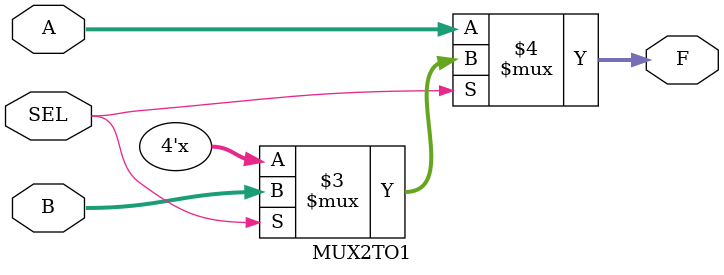
<source format=v>
module MUX2TO1(A, B, SEL, F);
	
	input [3:0] A, B;
	input SEL;
	output [3:0] F;

	assign F = (SEL == 1'b0) ? A :
			   (SEL == 1'b1) ? B : 4'bx;

endmodule

	

	

</source>
